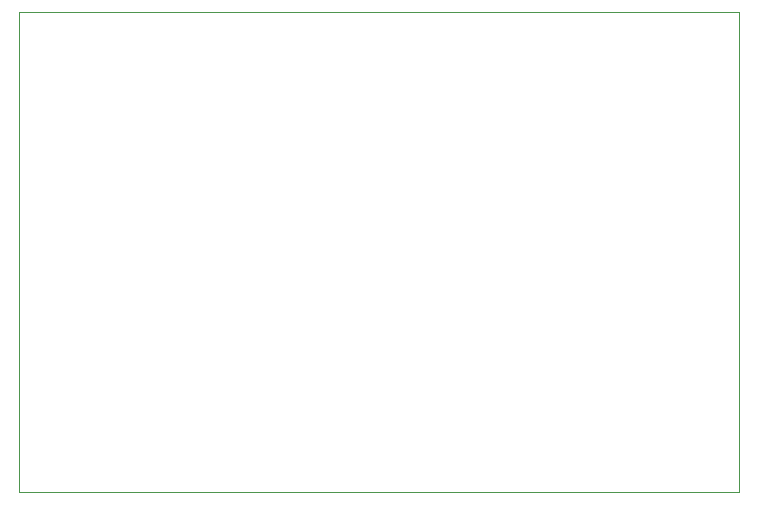
<source format=gm1>
G04 #@! TF.GenerationSoftware,KiCad,Pcbnew,(6.0.6)*
G04 #@! TF.CreationDate,2023-10-21T22:28:58+09:00*
G04 #@! TF.ProjectId,USBKeyboard4S1,5553424b-6579-4626-9f61-72643453312e,0.1.1*
G04 #@! TF.SameCoordinates,Original*
G04 #@! TF.FileFunction,Profile,NP*
%FSLAX46Y46*%
G04 Gerber Fmt 4.6, Leading zero omitted, Abs format (unit mm)*
G04 Created by KiCad (PCBNEW (6.0.6)) date 2023-10-21 22:28:58*
%MOMM*%
%LPD*%
G01*
G04 APERTURE LIST*
G04 #@! TA.AperFunction,Profile*
%ADD10C,0.100000*%
G04 #@! TD*
G04 APERTURE END LIST*
D10*
X105410000Y-66040000D02*
X166370000Y-66040000D01*
X166370000Y-66040000D02*
X166370000Y-106680000D01*
X166370000Y-106680000D02*
X105410000Y-106680000D01*
X105410000Y-106680000D02*
X105410000Y-66040000D01*
M02*

</source>
